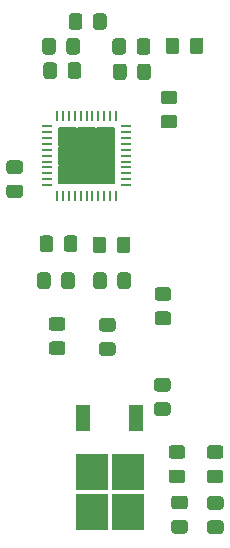
<source format=gbr>
G04 #@! TF.GenerationSoftware,KiCad,Pcbnew,(5.1.6)-1*
G04 #@! TF.CreationDate,2020-12-04T23:27:41-06:00*
G04 #@! TF.ProjectId,AmpOnly,416d704f-6e6c-4792-9e6b-696361645f70,rev?*
G04 #@! TF.SameCoordinates,Original*
G04 #@! TF.FileFunction,Paste,Bot*
G04 #@! TF.FilePolarity,Positive*
%FSLAX46Y46*%
G04 Gerber Fmt 4.6, Leading zero omitted, Abs format (unit mm)*
G04 Created by KiCad (PCBNEW (5.1.6)-1) date 2020-12-04 23:27:41*
%MOMM*%
%LPD*%
G01*
G04 APERTURE LIST*
%ADD10C,0.152400*%
%ADD11R,1.200000X2.200000*%
%ADD12R,2.750000X3.050000*%
%ADD13R,0.965200X0.254000*%
%ADD14R,0.254000X0.965200*%
%ADD15R,4.851400X4.851400*%
G04 APERTURE END LIST*
D10*
X124824300Y-97808566D02*
X126241434Y-97808566D01*
X124824300Y-99225700D02*
X124824300Y-97808566D01*
X126241434Y-99225700D02*
X124824300Y-99225700D01*
X126241434Y-97808566D02*
X126241434Y-99225700D01*
X124824300Y-96191433D02*
X126241434Y-96191433D01*
X124824300Y-97608567D02*
X124824300Y-96191433D01*
X126241434Y-97608567D02*
X124824300Y-97608567D01*
X126241434Y-96191433D02*
X126241434Y-97608567D01*
X124824300Y-94574300D02*
X126241434Y-94574300D01*
X124824300Y-95991434D02*
X124824300Y-94574300D01*
X126241434Y-95991434D02*
X124824300Y-95991434D01*
X126241434Y-94574300D02*
X126241434Y-95991434D01*
X126441433Y-97808566D02*
X127858567Y-97808566D01*
X126441433Y-99225700D02*
X126441433Y-97808566D01*
X127858567Y-99225700D02*
X126441433Y-99225700D01*
X127858567Y-97808566D02*
X127858567Y-99225700D01*
X126441433Y-96191433D02*
X127858567Y-96191433D01*
X126441433Y-97608567D02*
X126441433Y-96191433D01*
X127858567Y-97608567D02*
X126441433Y-97608567D01*
X127858567Y-96191433D02*
X127858567Y-97608567D01*
X126441433Y-94574300D02*
X127858567Y-94574300D01*
X126441433Y-95991434D02*
X126441433Y-94574300D01*
X127858567Y-95991434D02*
X126441433Y-95991434D01*
X127858567Y-94574300D02*
X127858567Y-95991434D01*
X128058566Y-97808566D02*
X129475700Y-97808566D01*
X128058566Y-99225700D02*
X128058566Y-97808566D01*
X129475700Y-99225700D02*
X128058566Y-99225700D01*
X129475700Y-97808566D02*
X129475700Y-99225700D01*
X128058566Y-96191433D02*
X129475700Y-96191433D01*
X128058566Y-97608567D02*
X128058566Y-96191433D01*
X129475700Y-97608567D02*
X128058566Y-97608567D01*
X129475700Y-96191433D02*
X129475700Y-97608567D01*
X128058566Y-94574300D02*
X129475700Y-94574300D01*
X128058566Y-95991434D02*
X128058566Y-94574300D01*
X129475700Y-95991434D02*
X128058566Y-95991434D01*
X129475700Y-94574300D02*
X129475700Y-95991434D01*
G36*
G01*
X128461919Y-110641060D02*
X129361921Y-110641060D01*
G75*
G02*
X129611920Y-110891059I0J-249999D01*
G01*
X129611920Y-111541061D01*
G75*
G02*
X129361921Y-111791060I-249999J0D01*
G01*
X128461919Y-111791060D01*
G75*
G02*
X128211920Y-111541061I0J249999D01*
G01*
X128211920Y-110891059D01*
G75*
G02*
X128461919Y-110641060I249999J0D01*
G01*
G37*
G36*
G01*
X128461919Y-112691060D02*
X129361921Y-112691060D01*
G75*
G02*
X129611920Y-112941059I0J-249999D01*
G01*
X129611920Y-113591061D01*
G75*
G02*
X129361921Y-113841060I-249999J0D01*
G01*
X128461919Y-113841060D01*
G75*
G02*
X128211920Y-113591061I0J249999D01*
G01*
X128211920Y-112941059D01*
G75*
G02*
X128461919Y-112691060I249999J0D01*
G01*
G37*
G36*
G01*
X124207419Y-112630100D02*
X125107421Y-112630100D01*
G75*
G02*
X125357420Y-112880099I0J-249999D01*
G01*
X125357420Y-113530101D01*
G75*
G02*
X125107421Y-113780100I-249999J0D01*
G01*
X124207419Y-113780100D01*
G75*
G02*
X123957420Y-113530101I0J249999D01*
G01*
X123957420Y-112880099D01*
G75*
G02*
X124207419Y-112630100I249999J0D01*
G01*
G37*
G36*
G01*
X124207419Y-110580100D02*
X125107421Y-110580100D01*
G75*
G02*
X125357420Y-110830099I0J-249999D01*
G01*
X125357420Y-111480101D01*
G75*
G02*
X125107421Y-111730100I-249999J0D01*
G01*
X124207419Y-111730100D01*
G75*
G02*
X123957420Y-111480101I0J249999D01*
G01*
X123957420Y-110830099D01*
G75*
G02*
X124207419Y-110580100I249999J0D01*
G01*
G37*
G36*
G01*
X134356039Y-121429120D02*
X135256041Y-121429120D01*
G75*
G02*
X135506040Y-121679119I0J-249999D01*
G01*
X135506040Y-122329121D01*
G75*
G02*
X135256041Y-122579120I-249999J0D01*
G01*
X134356039Y-122579120D01*
G75*
G02*
X134106040Y-122329121I0J249999D01*
G01*
X134106040Y-121679119D01*
G75*
G02*
X134356039Y-121429120I249999J0D01*
G01*
G37*
G36*
G01*
X134356039Y-123479120D02*
X135256041Y-123479120D01*
G75*
G02*
X135506040Y-123729119I0J-249999D01*
G01*
X135506040Y-124379121D01*
G75*
G02*
X135256041Y-124629120I-249999J0D01*
G01*
X134356039Y-124629120D01*
G75*
G02*
X134106040Y-124379121I0J249999D01*
G01*
X134106040Y-123729119D01*
G75*
G02*
X134356039Y-123479120I249999J0D01*
G01*
G37*
G36*
G01*
X137581839Y-121429120D02*
X138481841Y-121429120D01*
G75*
G02*
X138731840Y-121679119I0J-249999D01*
G01*
X138731840Y-122329121D01*
G75*
G02*
X138481841Y-122579120I-249999J0D01*
G01*
X137581839Y-122579120D01*
G75*
G02*
X137331840Y-122329121I0J249999D01*
G01*
X137331840Y-121679119D01*
G75*
G02*
X137581839Y-121429120I249999J0D01*
G01*
G37*
G36*
G01*
X137581839Y-123479120D02*
X138481841Y-123479120D01*
G75*
G02*
X138731840Y-123729119I0J-249999D01*
G01*
X138731840Y-124379121D01*
G75*
G02*
X138481841Y-124629120I-249999J0D01*
G01*
X137581839Y-124629120D01*
G75*
G02*
X137331840Y-124379121I0J249999D01*
G01*
X137331840Y-123729119D01*
G75*
G02*
X137581839Y-123479120I249999J0D01*
G01*
G37*
G36*
G01*
X134565859Y-127746580D02*
X135465861Y-127746580D01*
G75*
G02*
X135715860Y-127996579I0J-249999D01*
G01*
X135715860Y-128646581D01*
G75*
G02*
X135465861Y-128896580I-249999J0D01*
G01*
X134565859Y-128896580D01*
G75*
G02*
X134315860Y-128646581I0J249999D01*
G01*
X134315860Y-127996579D01*
G75*
G02*
X134565859Y-127746580I249999J0D01*
G01*
G37*
G36*
G01*
X134565859Y-125696580D02*
X135465861Y-125696580D01*
G75*
G02*
X135715860Y-125946579I0J-249999D01*
G01*
X135715860Y-126596581D01*
G75*
G02*
X135465861Y-126846580I-249999J0D01*
G01*
X134565859Y-126846580D01*
G75*
G02*
X134315860Y-126596581I0J249999D01*
G01*
X134315860Y-125946579D01*
G75*
G02*
X134565859Y-125696580I249999J0D01*
G01*
G37*
G36*
G01*
X137611319Y-127787220D02*
X138511321Y-127787220D01*
G75*
G02*
X138761320Y-128037219I0J-249999D01*
G01*
X138761320Y-128687221D01*
G75*
G02*
X138511321Y-128937220I-249999J0D01*
G01*
X137611319Y-128937220D01*
G75*
G02*
X137361320Y-128687221I0J249999D01*
G01*
X137361320Y-128037219D01*
G75*
G02*
X137611319Y-127787220I249999J0D01*
G01*
G37*
G36*
G01*
X137611319Y-125737220D02*
X138511321Y-125737220D01*
G75*
G02*
X138761320Y-125987219I0J-249999D01*
G01*
X138761320Y-126637221D01*
G75*
G02*
X138511321Y-126887220I-249999J0D01*
G01*
X137611319Y-126887220D01*
G75*
G02*
X137361320Y-126637221I0J249999D01*
G01*
X137361320Y-125987219D01*
G75*
G02*
X137611319Y-125737220I249999J0D01*
G01*
G37*
G36*
G01*
X133168539Y-108042640D02*
X134068541Y-108042640D01*
G75*
G02*
X134318540Y-108292639I0J-249999D01*
G01*
X134318540Y-108942641D01*
G75*
G02*
X134068541Y-109192640I-249999J0D01*
G01*
X133168539Y-109192640D01*
G75*
G02*
X132918540Y-108942641I0J249999D01*
G01*
X132918540Y-108292639D01*
G75*
G02*
X133168539Y-108042640I249999J0D01*
G01*
G37*
G36*
G01*
X133168539Y-110092640D02*
X134068541Y-110092640D01*
G75*
G02*
X134318540Y-110342639I0J-249999D01*
G01*
X134318540Y-110992641D01*
G75*
G02*
X134068541Y-111242640I-249999J0D01*
G01*
X133168539Y-111242640D01*
G75*
G02*
X132918540Y-110992641I0J249999D01*
G01*
X132918540Y-110342639D01*
G75*
G02*
X133168539Y-110092640I249999J0D01*
G01*
G37*
G36*
G01*
X132600000Y-89349999D02*
X132600000Y-90250001D01*
G75*
G02*
X132350001Y-90500000I-249999J0D01*
G01*
X131699999Y-90500000D01*
G75*
G02*
X131450000Y-90250001I0J249999D01*
G01*
X131450000Y-89349999D01*
G75*
G02*
X131699999Y-89100000I249999J0D01*
G01*
X132350001Y-89100000D01*
G75*
G02*
X132600000Y-89349999I0J-249999D01*
G01*
G37*
G36*
G01*
X130550000Y-89349999D02*
X130550000Y-90250001D01*
G75*
G02*
X130300001Y-90500000I-249999J0D01*
G01*
X129649999Y-90500000D01*
G75*
G02*
X129400000Y-90250001I0J249999D01*
G01*
X129400000Y-89349999D01*
G75*
G02*
X129649999Y-89100000I249999J0D01*
G01*
X130300001Y-89100000D01*
G75*
G02*
X130550000Y-89349999I0J-249999D01*
G01*
G37*
G36*
G01*
X124650000Y-89249999D02*
X124650000Y-90150001D01*
G75*
G02*
X124400001Y-90400000I-249999J0D01*
G01*
X123749999Y-90400000D01*
G75*
G02*
X123500000Y-90150001I0J249999D01*
G01*
X123500000Y-89249999D01*
G75*
G02*
X123749999Y-89000000I249999J0D01*
G01*
X124400001Y-89000000D01*
G75*
G02*
X124650000Y-89249999I0J-249999D01*
G01*
G37*
G36*
G01*
X126700000Y-89249999D02*
X126700000Y-90150001D01*
G75*
G02*
X126450001Y-90400000I-249999J0D01*
G01*
X125799999Y-90400000D01*
G75*
G02*
X125550000Y-90150001I0J249999D01*
G01*
X125550000Y-89249999D01*
G75*
G02*
X125799999Y-89000000I249999J0D01*
G01*
X126450001Y-89000000D01*
G75*
G02*
X126700000Y-89249999I0J-249999D01*
G01*
G37*
G36*
G01*
X135000000Y-87149999D02*
X135000000Y-88050001D01*
G75*
G02*
X134750001Y-88300000I-249999J0D01*
G01*
X134099999Y-88300000D01*
G75*
G02*
X133850000Y-88050001I0J249999D01*
G01*
X133850000Y-87149999D01*
G75*
G02*
X134099999Y-86900000I249999J0D01*
G01*
X134750001Y-86900000D01*
G75*
G02*
X135000000Y-87149999I0J-249999D01*
G01*
G37*
G36*
G01*
X137050000Y-87149999D02*
X137050000Y-88050001D01*
G75*
G02*
X136800001Y-88300000I-249999J0D01*
G01*
X136149999Y-88300000D01*
G75*
G02*
X135900000Y-88050001I0J249999D01*
G01*
X135900000Y-87149999D01*
G75*
G02*
X136149999Y-86900000I249999J0D01*
G01*
X136800001Y-86900000D01*
G75*
G02*
X137050000Y-87149999I0J-249999D01*
G01*
G37*
G36*
G01*
X125650000Y-86000001D02*
X125650000Y-85099999D01*
G75*
G02*
X125899999Y-84850000I249999J0D01*
G01*
X126550001Y-84850000D01*
G75*
G02*
X126800000Y-85099999I0J-249999D01*
G01*
X126800000Y-86000001D01*
G75*
G02*
X126550001Y-86250000I-249999J0D01*
G01*
X125899999Y-86250000D01*
G75*
G02*
X125650000Y-86000001I0J249999D01*
G01*
G37*
G36*
G01*
X127700000Y-86000001D02*
X127700000Y-85099999D01*
G75*
G02*
X127949999Y-84850000I249999J0D01*
G01*
X128600001Y-84850000D01*
G75*
G02*
X128850000Y-85099999I0J-249999D01*
G01*
X128850000Y-86000001D01*
G75*
G02*
X128600001Y-86250000I-249999J0D01*
G01*
X127949999Y-86250000D01*
G75*
G02*
X127700000Y-86000001I0J249999D01*
G01*
G37*
G36*
G01*
X133115199Y-117773600D02*
X134015201Y-117773600D01*
G75*
G02*
X134265200Y-118023599I0J-249999D01*
G01*
X134265200Y-118673601D01*
G75*
G02*
X134015201Y-118923600I-249999J0D01*
G01*
X133115199Y-118923600D01*
G75*
G02*
X132865200Y-118673601I0J249999D01*
G01*
X132865200Y-118023599D01*
G75*
G02*
X133115199Y-117773600I249999J0D01*
G01*
G37*
G36*
G01*
X133115199Y-115723600D02*
X134015201Y-115723600D01*
G75*
G02*
X134265200Y-115973599I0J-249999D01*
G01*
X134265200Y-116623601D01*
G75*
G02*
X134015201Y-116873600I-249999J0D01*
G01*
X133115199Y-116873600D01*
G75*
G02*
X132865200Y-116623601I0J249999D01*
G01*
X132865200Y-115973599D01*
G75*
G02*
X133115199Y-115723600I249999J0D01*
G01*
G37*
G36*
G01*
X130500000Y-87199999D02*
X130500000Y-88100001D01*
G75*
G02*
X130250001Y-88350000I-249999J0D01*
G01*
X129599999Y-88350000D01*
G75*
G02*
X129350000Y-88100001I0J249999D01*
G01*
X129350000Y-87199999D01*
G75*
G02*
X129599999Y-86950000I249999J0D01*
G01*
X130250001Y-86950000D01*
G75*
G02*
X130500000Y-87199999I0J-249999D01*
G01*
G37*
G36*
G01*
X132550000Y-87199999D02*
X132550000Y-88100001D01*
G75*
G02*
X132300001Y-88350000I-249999J0D01*
G01*
X131649999Y-88350000D01*
G75*
G02*
X131400000Y-88100001I0J249999D01*
G01*
X131400000Y-87199999D01*
G75*
G02*
X131649999Y-86950000I249999J0D01*
G01*
X132300001Y-86950000D01*
G75*
G02*
X132550000Y-87199999I0J-249999D01*
G01*
G37*
G36*
G01*
X126600000Y-87199999D02*
X126600000Y-88100001D01*
G75*
G02*
X126350001Y-88350000I-249999J0D01*
G01*
X125699999Y-88350000D01*
G75*
G02*
X125450000Y-88100001I0J249999D01*
G01*
X125450000Y-87199999D01*
G75*
G02*
X125699999Y-86950000I249999J0D01*
G01*
X126350001Y-86950000D01*
G75*
G02*
X126600000Y-87199999I0J-249999D01*
G01*
G37*
G36*
G01*
X124550000Y-87199999D02*
X124550000Y-88100001D01*
G75*
G02*
X124300001Y-88350000I-249999J0D01*
G01*
X123649999Y-88350000D01*
G75*
G02*
X123400000Y-88100001I0J249999D01*
G01*
X123400000Y-87199999D01*
G75*
G02*
X123649999Y-86950000I249999J0D01*
G01*
X124300001Y-86950000D01*
G75*
G02*
X124550000Y-87199999I0J-249999D01*
G01*
G37*
G36*
G01*
X128868320Y-107031099D02*
X128868320Y-107931101D01*
G75*
G02*
X128618321Y-108181100I-249999J0D01*
G01*
X127968319Y-108181100D01*
G75*
G02*
X127718320Y-107931101I0J249999D01*
G01*
X127718320Y-107031099D01*
G75*
G02*
X127968319Y-106781100I249999J0D01*
G01*
X128618321Y-106781100D01*
G75*
G02*
X128868320Y-107031099I0J-249999D01*
G01*
G37*
G36*
G01*
X130918320Y-107031099D02*
X130918320Y-107931101D01*
G75*
G02*
X130668321Y-108181100I-249999J0D01*
G01*
X130018319Y-108181100D01*
G75*
G02*
X129768320Y-107931101I0J249999D01*
G01*
X129768320Y-107031099D01*
G75*
G02*
X130018319Y-106781100I249999J0D01*
G01*
X130668321Y-106781100D01*
G75*
G02*
X130918320Y-107031099I0J-249999D01*
G01*
G37*
G36*
G01*
X126158360Y-107031099D02*
X126158360Y-107931101D01*
G75*
G02*
X125908361Y-108181100I-249999J0D01*
G01*
X125258359Y-108181100D01*
G75*
G02*
X125008360Y-107931101I0J249999D01*
G01*
X125008360Y-107031099D01*
G75*
G02*
X125258359Y-106781100I249999J0D01*
G01*
X125908361Y-106781100D01*
G75*
G02*
X126158360Y-107031099I0J-249999D01*
G01*
G37*
G36*
G01*
X124108360Y-107031099D02*
X124108360Y-107931101D01*
G75*
G02*
X123858361Y-108181100I-249999J0D01*
G01*
X123208359Y-108181100D01*
G75*
G02*
X122958360Y-107931101I0J249999D01*
G01*
X122958360Y-107031099D01*
G75*
G02*
X123208359Y-106781100I249999J0D01*
G01*
X123858361Y-106781100D01*
G75*
G02*
X124108360Y-107031099I0J-249999D01*
G01*
G37*
G36*
G01*
X127667520Y-104898341D02*
X127667520Y-103998339D01*
G75*
G02*
X127917519Y-103748340I249999J0D01*
G01*
X128567521Y-103748340D01*
G75*
G02*
X128817520Y-103998339I0J-249999D01*
G01*
X128817520Y-104898341D01*
G75*
G02*
X128567521Y-105148340I-249999J0D01*
G01*
X127917519Y-105148340D01*
G75*
G02*
X127667520Y-104898341I0J249999D01*
G01*
G37*
G36*
G01*
X129717520Y-104898341D02*
X129717520Y-103998339D01*
G75*
G02*
X129967519Y-103748340I249999J0D01*
G01*
X130617521Y-103748340D01*
G75*
G02*
X130867520Y-103998339I0J-249999D01*
G01*
X130867520Y-104898341D01*
G75*
G02*
X130617521Y-105148340I-249999J0D01*
G01*
X129967519Y-105148340D01*
G75*
G02*
X129717520Y-104898341I0J249999D01*
G01*
G37*
G36*
G01*
X124334420Y-103909439D02*
X124334420Y-104809441D01*
G75*
G02*
X124084421Y-105059440I-249999J0D01*
G01*
X123434419Y-105059440D01*
G75*
G02*
X123184420Y-104809441I0J249999D01*
G01*
X123184420Y-103909439D01*
G75*
G02*
X123434419Y-103659440I249999J0D01*
G01*
X124084421Y-103659440D01*
G75*
G02*
X124334420Y-103909439I0J-249999D01*
G01*
G37*
G36*
G01*
X126384420Y-103909439D02*
X126384420Y-104809441D01*
G75*
G02*
X126134421Y-105059440I-249999J0D01*
G01*
X125484419Y-105059440D01*
G75*
G02*
X125234420Y-104809441I0J249999D01*
G01*
X125234420Y-103909439D01*
G75*
G02*
X125484419Y-103659440I249999J0D01*
G01*
X126134421Y-103659440D01*
G75*
G02*
X126384420Y-103909439I0J-249999D01*
G01*
G37*
G36*
G01*
X134574001Y-94599400D02*
X133673999Y-94599400D01*
G75*
G02*
X133424000Y-94349401I0J249999D01*
G01*
X133424000Y-93699399D01*
G75*
G02*
X133673999Y-93449400I249999J0D01*
G01*
X134574001Y-93449400D01*
G75*
G02*
X134824000Y-93699399I0J-249999D01*
G01*
X134824000Y-94349401D01*
G75*
G02*
X134574001Y-94599400I-249999J0D01*
G01*
G37*
G36*
G01*
X134574001Y-92549400D02*
X133673999Y-92549400D01*
G75*
G02*
X133424000Y-92299401I0J249999D01*
G01*
X133424000Y-91649399D01*
G75*
G02*
X133673999Y-91399400I249999J0D01*
G01*
X134574001Y-91399400D01*
G75*
G02*
X134824000Y-91649399I0J-249999D01*
G01*
X134824000Y-92299401D01*
G75*
G02*
X134574001Y-92549400I-249999J0D01*
G01*
G37*
G36*
G01*
X121515861Y-100495900D02*
X120615859Y-100495900D01*
G75*
G02*
X120365860Y-100245901I0J249999D01*
G01*
X120365860Y-99595899D01*
G75*
G02*
X120615859Y-99345900I249999J0D01*
G01*
X121515861Y-99345900D01*
G75*
G02*
X121765860Y-99595899I0J-249999D01*
G01*
X121765860Y-100245901D01*
G75*
G02*
X121515861Y-100495900I-249999J0D01*
G01*
G37*
G36*
G01*
X121515861Y-98445900D02*
X120615859Y-98445900D01*
G75*
G02*
X120365860Y-98195901I0J249999D01*
G01*
X120365860Y-97545899D01*
G75*
G02*
X120615859Y-97295900I249999J0D01*
G01*
X121515861Y-97295900D01*
G75*
G02*
X121765860Y-97545899I0J-249999D01*
G01*
X121765860Y-98195901D01*
G75*
G02*
X121515861Y-98445900I-249999J0D01*
G01*
G37*
D11*
X126820000Y-119100000D03*
X131380000Y-119100000D03*
D12*
X130625000Y-127075000D03*
X127575000Y-123725000D03*
X127575000Y-127075000D03*
X130625000Y-123725000D03*
D13*
X130528200Y-94400000D03*
X130528200Y-94899999D03*
X130528200Y-95400000D03*
X130528200Y-95899999D03*
X130528200Y-96400001D03*
X130528200Y-96900000D03*
X130528200Y-97399999D03*
X130528200Y-97900001D03*
X130528200Y-98400000D03*
X130528200Y-98900001D03*
X130528200Y-99400000D03*
D14*
X129650000Y-100278200D03*
X129150001Y-100278200D03*
X128650000Y-100278200D03*
X128150001Y-100278200D03*
X127649999Y-100278200D03*
X127150000Y-100278200D03*
X126650001Y-100278200D03*
X126149999Y-100278200D03*
X125650000Y-100278200D03*
X125149999Y-100278200D03*
X124650000Y-100278200D03*
D13*
X123771800Y-99400000D03*
X123771800Y-98900001D03*
X123771800Y-98400000D03*
X123771800Y-97900001D03*
X123771800Y-97399999D03*
X123771800Y-96900000D03*
X123771800Y-96400001D03*
X123771800Y-95899999D03*
X123771800Y-95400000D03*
X123771800Y-94899999D03*
X123771800Y-94400000D03*
D14*
X124650000Y-93521800D03*
X125149999Y-93521800D03*
X125650000Y-93521800D03*
X126149999Y-93521800D03*
X126650001Y-93521800D03*
X127150000Y-93521800D03*
X127649999Y-93521800D03*
X128150001Y-93521800D03*
X128650000Y-93521800D03*
X129150001Y-93521800D03*
X129650000Y-93521800D03*
D15*
X127150000Y-96900000D03*
M02*

</source>
